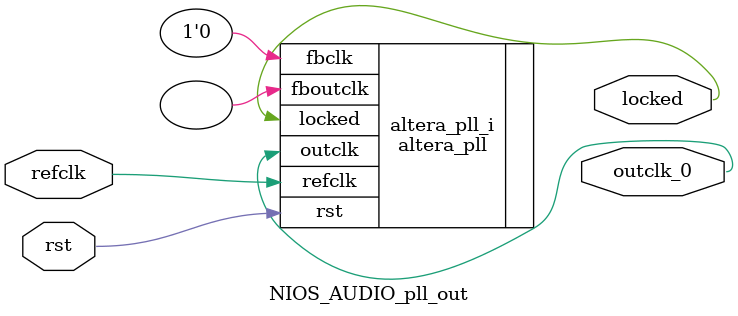
<source format=v>
`timescale 1ns/10ps
module  NIOS_AUDIO_pll_out(

	// interface 'refclk'
	input wire refclk,

	// interface 'reset'
	input wire rst,

	// interface 'outclk0'
	output wire outclk_0,

	// interface 'locked'
	output wire locked
);

	altera_pll #(
		.fractional_vco_multiplier("false"),
		.reference_clock_frequency("50.0 MHz"),
		.operation_mode("direct"),
		.number_of_clocks(1),
		.output_clock_frequency0("10.000000 MHz"),
		.phase_shift0("0 ps"),
		.duty_cycle0(50),
		.output_clock_frequency1("0 MHz"),
		.phase_shift1("0 ps"),
		.duty_cycle1(50),
		.output_clock_frequency2("0 MHz"),
		.phase_shift2("0 ps"),
		.duty_cycle2(50),
		.output_clock_frequency3("0 MHz"),
		.phase_shift3("0 ps"),
		.duty_cycle3(50),
		.output_clock_frequency4("0 MHz"),
		.phase_shift4("0 ps"),
		.duty_cycle4(50),
		.output_clock_frequency5("0 MHz"),
		.phase_shift5("0 ps"),
		.duty_cycle5(50),
		.output_clock_frequency6("0 MHz"),
		.phase_shift6("0 ps"),
		.duty_cycle6(50),
		.output_clock_frequency7("0 MHz"),
		.phase_shift7("0 ps"),
		.duty_cycle7(50),
		.output_clock_frequency8("0 MHz"),
		.phase_shift8("0 ps"),
		.duty_cycle8(50),
		.output_clock_frequency9("0 MHz"),
		.phase_shift9("0 ps"),
		.duty_cycle9(50),
		.output_clock_frequency10("0 MHz"),
		.phase_shift10("0 ps"),
		.duty_cycle10(50),
		.output_clock_frequency11("0 MHz"),
		.phase_shift11("0 ps"),
		.duty_cycle11(50),
		.output_clock_frequency12("0 MHz"),
		.phase_shift12("0 ps"),
		.duty_cycle12(50),
		.output_clock_frequency13("0 MHz"),
		.phase_shift13("0 ps"),
		.duty_cycle13(50),
		.output_clock_frequency14("0 MHz"),
		.phase_shift14("0 ps"),
		.duty_cycle14(50),
		.output_clock_frequency15("0 MHz"),
		.phase_shift15("0 ps"),
		.duty_cycle15(50),
		.output_clock_frequency16("0 MHz"),
		.phase_shift16("0 ps"),
		.duty_cycle16(50),
		.output_clock_frequency17("0 MHz"),
		.phase_shift17("0 ps"),
		.duty_cycle17(50),
		.pll_type("General"),
		.pll_subtype("General")
	) altera_pll_i (
		.rst	(rst),
		.outclk	({outclk_0}),
		.locked	(locked),
		.fboutclk	( ),
		.fbclk	(1'b0),
		.refclk	(refclk)
	);
endmodule


</source>
